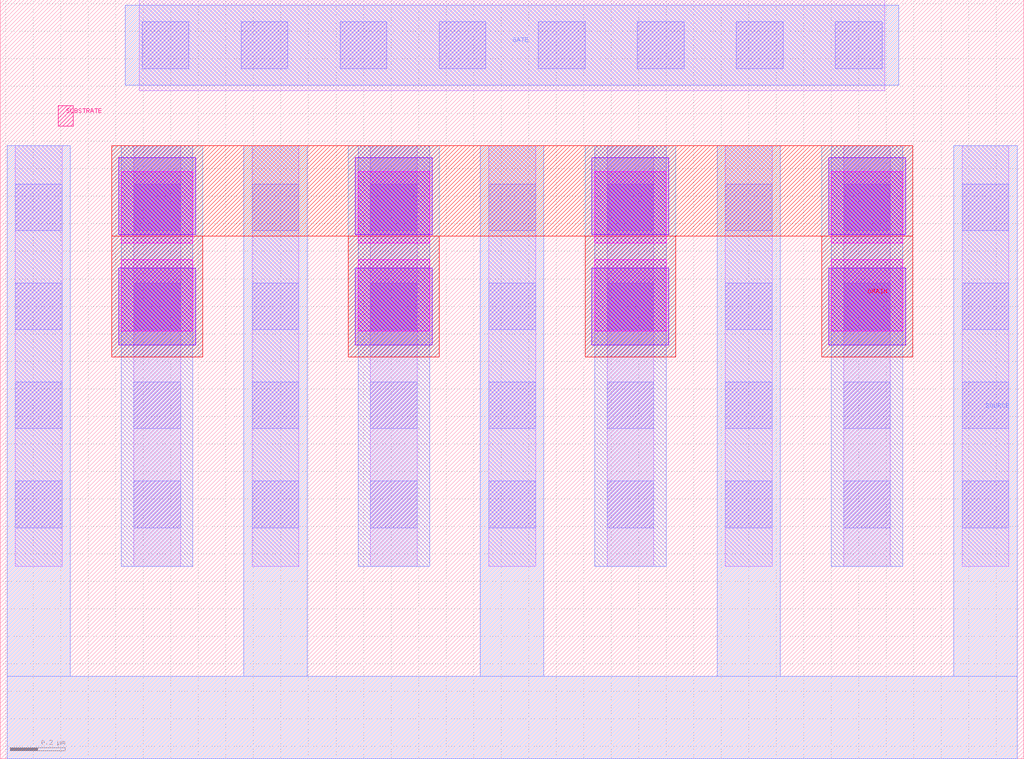
<source format=lef>
# Copyright 2020 The SkyWater PDK Authors
#
# Licensed under the Apache License, Version 2.0 (the "License");
# you may not use this file except in compliance with the License.
# You may obtain a copy of the License at
#
#     https://www.apache.org/licenses/LICENSE-2.0
#
# Unless required by applicable law or agreed to in writing, software
# distributed under the License is distributed on an "AS IS" BASIS,
# WITHOUT WARRANTIES OR CONDITIONS OF ANY KIND, either express or implied.
# See the License for the specific language governing permissions and
# limitations under the License.
#
# SPDX-License-Identifier: Apache-2.0

VERSION 5.7 ;
  NOWIREEXTENSIONATPIN ON ;
  DIVIDERCHAR "/" ;
  BUSBITCHARS "[]" ;
MACRO sky130_fd_pr__rf_nfet_01v8_lvt_aF08W1p65L0p15
  CLASS BLOCK ;
  FOREIGN sky130_fd_pr__rf_nfet_01v8_lvt_aF08W1p65L0p15 ;
  ORIGIN -0.180000  0.445000 ;
  SIZE  3.720000 BY  2.760000 ;
  PIN DRAIN
    ANTENNADIFFAREA  1.848000 ;
    PORT
      LAYER met3 ;
        RECT 0.585000 1.015000 0.915000 1.455000 ;
        RECT 0.585000 1.455000 3.495000 1.785000 ;
        RECT 1.445000 1.015000 1.775000 1.455000 ;
        RECT 2.305000 1.015000 2.635000 1.455000 ;
        RECT 3.165000 1.015000 3.495000 1.455000 ;
    END
  END DRAIN
  PIN GATE
    ANTENNAGATEAREA  1.980000 ;
    PORT
      LAYER met1 ;
        RECT 0.635000 2.005000 3.445000 2.295000 ;
    END
  END GATE
  PIN SOURCE
    ANTENNADIFFAREA  2.310000 ;
    PORT
      LAYER met1 ;
        RECT 0.205000 -0.445000 3.875000 -0.145000 ;
        RECT 0.205000 -0.145000 0.435000  1.785000 ;
        RECT 1.065000 -0.145000 1.295000  1.785000 ;
        RECT 1.925000 -0.145000 2.155000  1.785000 ;
        RECT 2.785000 -0.145000 3.015000  1.785000 ;
        RECT 3.645000 -0.145000 3.875000  1.785000 ;
    END
  END SOURCE
  PIN SUBSTRATE
    PORT
      LAYER pwell ;
        RECT 0.390000 1.855000 0.445000 1.930000 ;
    END
  END SUBSTRATE
  OBS
    LAYER li1 ;
      RECT 0.235000 0.255000 0.405000 1.785000 ;
      RECT 0.665000 0.255000 0.835000 1.785000 ;
      RECT 0.685000 1.985000 3.395000 2.315000 ;
      RECT 1.095000 0.255000 1.265000 1.785000 ;
      RECT 1.525000 0.255000 1.695000 1.785000 ;
      RECT 1.955000 0.255000 2.125000 1.785000 ;
      RECT 2.385000 0.255000 2.555000 1.785000 ;
      RECT 2.815000 0.255000 2.985000 1.785000 ;
      RECT 3.245000 0.255000 3.415000 1.785000 ;
      RECT 3.675000 0.255000 3.845000 1.785000 ;
    LAYER mcon ;
      RECT 0.235000 0.395000 0.405000 0.565000 ;
      RECT 0.235000 0.755000 0.405000 0.925000 ;
      RECT 0.235000 1.115000 0.405000 1.285000 ;
      RECT 0.235000 1.475000 0.405000 1.645000 ;
      RECT 0.665000 0.395000 0.835000 0.565000 ;
      RECT 0.665000 0.755000 0.835000 0.925000 ;
      RECT 0.665000 1.115000 0.835000 1.285000 ;
      RECT 0.665000 1.475000 0.835000 1.645000 ;
      RECT 0.695000 2.065000 0.865000 2.235000 ;
      RECT 1.055000 2.065000 1.225000 2.235000 ;
      RECT 1.095000 0.395000 1.265000 0.565000 ;
      RECT 1.095000 0.755000 1.265000 0.925000 ;
      RECT 1.095000 1.115000 1.265000 1.285000 ;
      RECT 1.095000 1.475000 1.265000 1.645000 ;
      RECT 1.415000 2.065000 1.585000 2.235000 ;
      RECT 1.525000 0.395000 1.695000 0.565000 ;
      RECT 1.525000 0.755000 1.695000 0.925000 ;
      RECT 1.525000 1.115000 1.695000 1.285000 ;
      RECT 1.525000 1.475000 1.695000 1.645000 ;
      RECT 1.775000 2.065000 1.945000 2.235000 ;
      RECT 1.955000 0.395000 2.125000 0.565000 ;
      RECT 1.955000 0.755000 2.125000 0.925000 ;
      RECT 1.955000 1.115000 2.125000 1.285000 ;
      RECT 1.955000 1.475000 2.125000 1.645000 ;
      RECT 2.135000 2.065000 2.305000 2.235000 ;
      RECT 2.385000 0.395000 2.555000 0.565000 ;
      RECT 2.385000 0.755000 2.555000 0.925000 ;
      RECT 2.385000 1.115000 2.555000 1.285000 ;
      RECT 2.385000 1.475000 2.555000 1.645000 ;
      RECT 2.495000 2.065000 2.665000 2.235000 ;
      RECT 2.815000 0.395000 2.985000 0.565000 ;
      RECT 2.815000 0.755000 2.985000 0.925000 ;
      RECT 2.815000 1.115000 2.985000 1.285000 ;
      RECT 2.815000 1.475000 2.985000 1.645000 ;
      RECT 2.855000 2.065000 3.025000 2.235000 ;
      RECT 3.215000 2.065000 3.385000 2.235000 ;
      RECT 3.245000 0.395000 3.415000 0.565000 ;
      RECT 3.245000 0.755000 3.415000 0.925000 ;
      RECT 3.245000 1.115000 3.415000 1.285000 ;
      RECT 3.245000 1.475000 3.415000 1.645000 ;
      RECT 3.675000 0.395000 3.845000 0.565000 ;
      RECT 3.675000 0.755000 3.845000 0.925000 ;
      RECT 3.675000 1.115000 3.845000 1.285000 ;
      RECT 3.675000 1.475000 3.845000 1.645000 ;
    LAYER met1 ;
      RECT 0.620000 0.255000 0.880000 1.785000 ;
      RECT 1.480000 0.255000 1.740000 1.785000 ;
      RECT 2.340000 0.255000 2.600000 1.785000 ;
      RECT 3.200000 0.255000 3.460000 1.785000 ;
    LAYER met2 ;
      RECT 0.585000 1.015000 0.915000 1.785000 ;
      RECT 1.445000 1.015000 1.775000 1.785000 ;
      RECT 2.305000 1.015000 2.635000 1.785000 ;
      RECT 3.165000 1.015000 3.495000 1.785000 ;
    LAYER via ;
      RECT 0.620000 1.110000 0.880000 1.370000 ;
      RECT 0.620000 1.430000 0.880000 1.690000 ;
      RECT 1.480000 1.110000 1.740000 1.370000 ;
      RECT 1.480000 1.430000 1.740000 1.690000 ;
      RECT 2.340000 1.110000 2.600000 1.370000 ;
      RECT 2.340000 1.430000 2.600000 1.690000 ;
      RECT 3.200000 1.110000 3.460000 1.370000 ;
      RECT 3.200000 1.430000 3.460000 1.690000 ;
    LAYER via2 ;
      RECT 0.610000 1.060000 0.890000 1.340000 ;
      RECT 0.610000 1.460000 0.890000 1.740000 ;
      RECT 1.470000 1.060000 1.750000 1.340000 ;
      RECT 1.470000 1.460000 1.750000 1.740000 ;
      RECT 2.330000 1.060000 2.610000 1.340000 ;
      RECT 2.330000 1.460000 2.610000 1.740000 ;
      RECT 3.190000 1.060000 3.470000 1.340000 ;
      RECT 3.190000 1.460000 3.470000 1.740000 ;
  END
END sky130_fd_pr__rf_nfet_01v8_lvt_aF08W1p65L0p15
END LIBRARY

</source>
